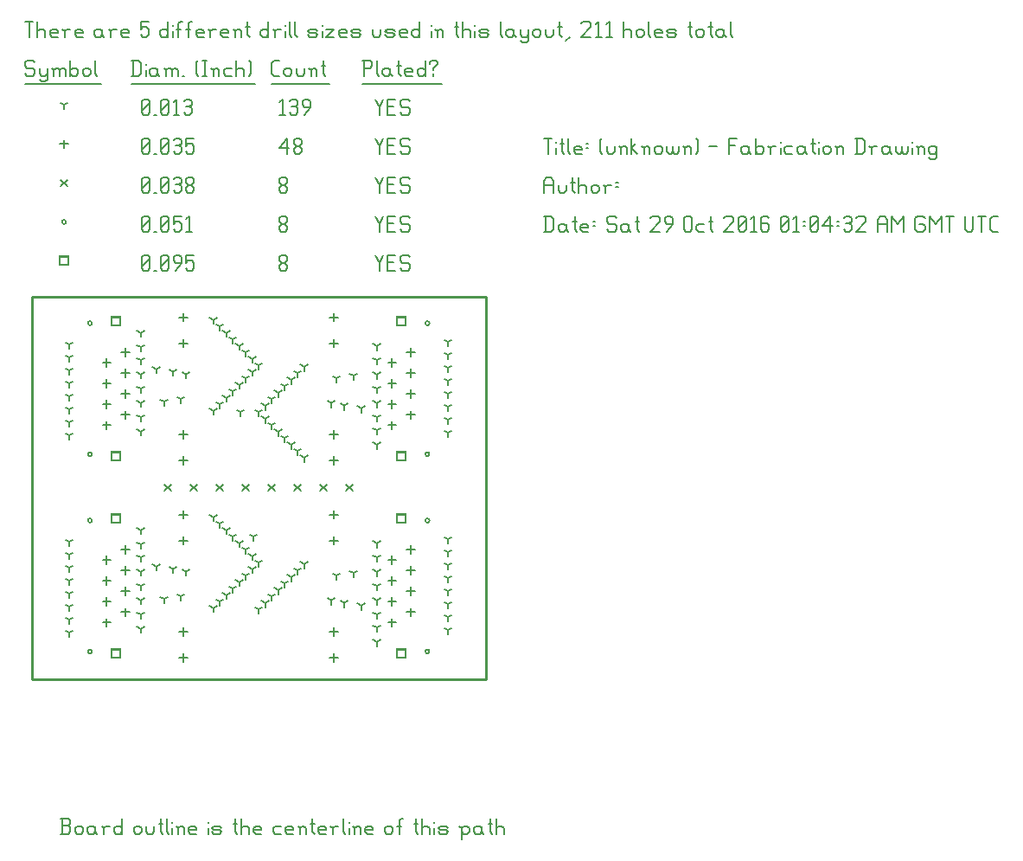
<source format=gbr>
G04 start of page 12 for group -3984 idx -3984 *
G04 Title: (unknown), fab *
G04 Creator: pcb 1.99z *
G04 CreationDate: Sat 29 Oct 2016 01:04:32 AM GMT UTC *
G04 For: commonadmin *
G04 Format: Gerber/RS-274X *
G04 PCB-Dimensions (mil): 2000.00 2000.00 *
G04 PCB-Coordinate-Origin: lower left *
%MOIN*%
%FSLAX25Y25*%
%LNFAB*%
%ADD73C,0.0100*%
%ADD72C,0.0075*%
%ADD71C,0.0060*%
%ADD70R,0.0080X0.0080*%
G54D70*X33400Y113569D02*X36600D01*
X33400D02*Y110369D01*
X36600D01*
Y113569D02*Y110369D01*
X33400Y61600D02*X36600D01*
X33400D02*Y58400D01*
X36600D01*
Y61600D02*Y58400D01*
X143400Y61600D02*X146600D01*
X143400D02*Y58400D01*
X146600D01*
Y61600D02*Y58400D01*
X143400Y113569D02*X146600D01*
X143400D02*Y110369D01*
X146600D01*
Y113569D02*Y110369D01*
X33400Y189569D02*X36600D01*
X33400D02*Y186369D01*
X36600D01*
Y189569D02*Y186369D01*
X33400Y137600D02*X36600D01*
X33400D02*Y134400D01*
X36600D01*
Y137600D02*Y134400D01*
X143400Y137600D02*X146600D01*
X143400D02*Y134400D01*
X146600D01*
Y137600D02*Y134400D01*
X143400Y189569D02*X146600D01*
X143400D02*Y186369D01*
X146600D01*
Y189569D02*Y186369D01*
X13400Y212850D02*X16600D01*
X13400D02*Y209650D01*
X16600D01*
Y212850D02*Y209650D01*
G54D71*X135000Y213500D02*X136500Y210500D01*
X138000Y213500D01*
X136500Y210500D02*Y207500D01*
X139800Y210800D02*X142050D01*
X139800Y207500D02*X142800D01*
X139800Y213500D02*Y207500D01*
Y213500D02*X142800D01*
X147600D02*X148350Y212750D01*
X145350Y213500D02*X147600D01*
X144600Y212750D02*X145350Y213500D01*
X144600Y212750D02*Y211250D01*
X145350Y210500D01*
X147600D01*
X148350Y209750D01*
Y208250D01*
X147600Y207500D02*X148350Y208250D01*
X145350Y207500D02*X147600D01*
X144600Y208250D02*X145350Y207500D01*
X98000Y208250D02*X98750Y207500D01*
X98000Y209450D02*Y208250D01*
Y209450D02*X99050Y210500D01*
X99950D01*
X101000Y209450D01*
Y208250D01*
X100250Y207500D02*X101000Y208250D01*
X98750Y207500D02*X100250D01*
X98000Y211550D02*X99050Y210500D01*
X98000Y212750D02*Y211550D01*
Y212750D02*X98750Y213500D01*
X100250D01*
X101000Y212750D01*
Y211550D01*
X99950Y210500D02*X101000Y211550D01*
X45000Y208250D02*X45750Y207500D01*
X45000Y212750D02*Y208250D01*
Y212750D02*X45750Y213500D01*
X47250D01*
X48000Y212750D01*
Y208250D01*
X47250Y207500D02*X48000Y208250D01*
X45750Y207500D02*X47250D01*
X45000Y209000D02*X48000Y212000D01*
X49800Y207500D02*X50550D01*
X52350Y208250D02*X53100Y207500D01*
X52350Y212750D02*Y208250D01*
Y212750D02*X53100Y213500D01*
X54600D01*
X55350Y212750D01*
Y208250D01*
X54600Y207500D02*X55350Y208250D01*
X53100Y207500D02*X54600D01*
X52350Y209000D02*X55350Y212000D01*
X57900Y207500D02*X60150Y210500D01*
Y212750D02*Y210500D01*
X59400Y213500D02*X60150Y212750D01*
X57900Y213500D02*X59400D01*
X57150Y212750D02*X57900Y213500D01*
X57150Y212750D02*Y211250D01*
X57900Y210500D01*
X60150D01*
X61950Y213500D02*X64950D01*
X61950D02*Y210500D01*
X62700Y211250D01*
X64200D01*
X64950Y210500D01*
Y208250D01*
X64200Y207500D02*X64950Y208250D01*
X62700Y207500D02*X64200D01*
X61950Y208250D02*X62700Y207500D01*
X24161Y60787D02*G75*G03X25761Y60787I800J0D01*G01*
G75*G03X24161Y60787I-800J0D01*G01*
Y111181D02*G75*G03X25761Y111181I800J0D01*G01*
G75*G03X24161Y111181I-800J0D01*G01*
X154239D02*G75*G03X155839Y111181I800J0D01*G01*
G75*G03X154239Y111181I-800J0D01*G01*
Y60787D02*G75*G03X155839Y60787I800J0D01*G01*
G75*G03X154239Y60787I-800J0D01*G01*
X24161Y136787D02*G75*G03X25761Y136787I800J0D01*G01*
G75*G03X24161Y136787I-800J0D01*G01*
Y187181D02*G75*G03X25761Y187181I800J0D01*G01*
G75*G03X24161Y187181I-800J0D01*G01*
X154239D02*G75*G03X155839Y187181I800J0D01*G01*
G75*G03X154239Y187181I-800J0D01*G01*
Y136787D02*G75*G03X155839Y136787I800J0D01*G01*
G75*G03X154239Y136787I-800J0D01*G01*
X14200Y226250D02*G75*G03X15800Y226250I800J0D01*G01*
G75*G03X14200Y226250I-800J0D01*G01*
X135000Y228500D02*X136500Y225500D01*
X138000Y228500D01*
X136500Y225500D02*Y222500D01*
X139800Y225800D02*X142050D01*
X139800Y222500D02*X142800D01*
X139800Y228500D02*Y222500D01*
Y228500D02*X142800D01*
X147600D02*X148350Y227750D01*
X145350Y228500D02*X147600D01*
X144600Y227750D02*X145350Y228500D01*
X144600Y227750D02*Y226250D01*
X145350Y225500D01*
X147600D01*
X148350Y224750D01*
Y223250D01*
X147600Y222500D02*X148350Y223250D01*
X145350Y222500D02*X147600D01*
X144600Y223250D02*X145350Y222500D01*
X98000Y223250D02*X98750Y222500D01*
X98000Y224450D02*Y223250D01*
Y224450D02*X99050Y225500D01*
X99950D01*
X101000Y224450D01*
Y223250D01*
X100250Y222500D02*X101000Y223250D01*
X98750Y222500D02*X100250D01*
X98000Y226550D02*X99050Y225500D01*
X98000Y227750D02*Y226550D01*
Y227750D02*X98750Y228500D01*
X100250D01*
X101000Y227750D01*
Y226550D01*
X99950Y225500D02*X101000Y226550D01*
X45000Y223250D02*X45750Y222500D01*
X45000Y227750D02*Y223250D01*
Y227750D02*X45750Y228500D01*
X47250D01*
X48000Y227750D01*
Y223250D01*
X47250Y222500D02*X48000Y223250D01*
X45750Y222500D02*X47250D01*
X45000Y224000D02*X48000Y227000D01*
X49800Y222500D02*X50550D01*
X52350Y223250D02*X53100Y222500D01*
X52350Y227750D02*Y223250D01*
Y227750D02*X53100Y228500D01*
X54600D01*
X55350Y227750D01*
Y223250D01*
X54600Y222500D02*X55350Y223250D01*
X53100Y222500D02*X54600D01*
X52350Y224000D02*X55350Y227000D01*
X57150Y228500D02*X60150D01*
X57150D02*Y225500D01*
X57900Y226250D01*
X59400D01*
X60150Y225500D01*
Y223250D01*
X59400Y222500D02*X60150Y223250D01*
X57900Y222500D02*X59400D01*
X57150Y223250D02*X57900Y222500D01*
X61950Y227300D02*X63150Y228500D01*
Y222500D01*
X61950D02*X64200D01*
X53800Y125200D02*X56200Y122800D01*
X53800D02*X56200Y125200D01*
X63800D02*X66200Y122800D01*
X63800D02*X66200Y125200D01*
X73800D02*X76200Y122800D01*
X73800D02*X76200Y125200D01*
X83800D02*X86200Y122800D01*
X83800D02*X86200Y125200D01*
X93800D02*X96200Y122800D01*
X93800D02*X96200Y125200D01*
X103800D02*X106200Y122800D01*
X103800D02*X106200Y125200D01*
X113800D02*X116200Y122800D01*
X113800D02*X116200Y125200D01*
X123800D02*X126200Y122800D01*
X123800D02*X126200Y125200D01*
X13800Y242450D02*X16200Y240050D01*
X13800D02*X16200Y242450D01*
X135000Y243500D02*X136500Y240500D01*
X138000Y243500D01*
X136500Y240500D02*Y237500D01*
X139800Y240800D02*X142050D01*
X139800Y237500D02*X142800D01*
X139800Y243500D02*Y237500D01*
Y243500D02*X142800D01*
X147600D02*X148350Y242750D01*
X145350Y243500D02*X147600D01*
X144600Y242750D02*X145350Y243500D01*
X144600Y242750D02*Y241250D01*
X145350Y240500D01*
X147600D01*
X148350Y239750D01*
Y238250D01*
X147600Y237500D02*X148350Y238250D01*
X145350Y237500D02*X147600D01*
X144600Y238250D02*X145350Y237500D01*
X98000Y238250D02*X98750Y237500D01*
X98000Y239450D02*Y238250D01*
Y239450D02*X99050Y240500D01*
X99950D01*
X101000Y239450D01*
Y238250D01*
X100250Y237500D02*X101000Y238250D01*
X98750Y237500D02*X100250D01*
X98000Y241550D02*X99050Y240500D01*
X98000Y242750D02*Y241550D01*
Y242750D02*X98750Y243500D01*
X100250D01*
X101000Y242750D01*
Y241550D01*
X99950Y240500D02*X101000Y241550D01*
X45000Y238250D02*X45750Y237500D01*
X45000Y242750D02*Y238250D01*
Y242750D02*X45750Y243500D01*
X47250D01*
X48000Y242750D01*
Y238250D01*
X47250Y237500D02*X48000Y238250D01*
X45750Y237500D02*X47250D01*
X45000Y239000D02*X48000Y242000D01*
X49800Y237500D02*X50550D01*
X52350Y238250D02*X53100Y237500D01*
X52350Y242750D02*Y238250D01*
Y242750D02*X53100Y243500D01*
X54600D01*
X55350Y242750D01*
Y238250D01*
X54600Y237500D02*X55350Y238250D01*
X53100Y237500D02*X54600D01*
X52350Y239000D02*X55350Y242000D01*
X57150Y242750D02*X57900Y243500D01*
X59400D01*
X60150Y242750D01*
X59400Y237500D02*X60150Y238250D01*
X57900Y237500D02*X59400D01*
X57150Y238250D02*X57900Y237500D01*
Y240800D02*X59400D01*
X60150Y242750D02*Y241550D01*
Y240050D02*Y238250D01*
Y240050D02*X59400Y240800D01*
X60150Y241550D02*X59400Y240800D01*
X61950Y238250D02*X62700Y237500D01*
X61950Y239450D02*Y238250D01*
Y239450D02*X63000Y240500D01*
X63900D01*
X64950Y239450D01*
Y238250D01*
X64200Y237500D02*X64950Y238250D01*
X62700Y237500D02*X64200D01*
X61950Y241550D02*X63000Y240500D01*
X61950Y242750D02*Y241550D01*
Y242750D02*X62700Y243500D01*
X64200D01*
X64950Y242750D01*
Y241550D01*
X63900Y240500D02*X64950Y241550D01*
X60984Y105104D02*Y101904D01*
X59384Y103504D02*X62584D01*
X60984Y70065D02*Y66865D01*
X59384Y68465D02*X62584D01*
X60984Y115143D02*Y111943D01*
X59384Y113543D02*X62584D01*
X60984Y60025D02*Y56825D01*
X59384Y58425D02*X62584D01*
X38543Y101639D02*Y98439D01*
X36943Y100039D02*X40143D01*
X38543Y93608D02*Y90408D01*
X36943Y92008D02*X40143D01*
X38543Y77545D02*Y74345D01*
X36943Y75945D02*X40143D01*
X38543Y85576D02*Y82376D01*
X36943Y83976D02*X40143D01*
X31457Y73529D02*Y70329D01*
X29857Y71929D02*X33057D01*
X31457Y81561D02*Y78361D01*
X29857Y79961D02*X33057D01*
X31457Y97624D02*Y94424D01*
X29857Y96024D02*X33057D01*
X31457Y89592D02*Y86392D01*
X29857Y87992D02*X33057D01*
X119016Y70065D02*Y66865D01*
X117416Y68465D02*X120616D01*
X119016Y105104D02*Y101904D01*
X117416Y103504D02*X120616D01*
X119016Y60025D02*Y56825D01*
X117416Y58425D02*X120616D01*
X119016Y115143D02*Y111943D01*
X117416Y113543D02*X120616D01*
X141457Y73529D02*Y70329D01*
X139857Y71929D02*X143057D01*
X141457Y81561D02*Y78361D01*
X139857Y79961D02*X143057D01*
X141457Y97624D02*Y94424D01*
X139857Y96024D02*X143057D01*
X141457Y89592D02*Y86392D01*
X139857Y87992D02*X143057D01*
X148543Y101639D02*Y98439D01*
X146943Y100039D02*X150143D01*
X148543Y93608D02*Y90408D01*
X146943Y92008D02*X150143D01*
X148543Y77545D02*Y74345D01*
X146943Y75945D02*X150143D01*
X148543Y85576D02*Y82376D01*
X146943Y83976D02*X150143D01*
X60984Y181104D02*Y177904D01*
X59384Y179504D02*X62584D01*
X60984Y146065D02*Y142865D01*
X59384Y144465D02*X62584D01*
X60984Y191143D02*Y187943D01*
X59384Y189543D02*X62584D01*
X60984Y136025D02*Y132825D01*
X59384Y134425D02*X62584D01*
X38543Y177639D02*Y174439D01*
X36943Y176039D02*X40143D01*
X38543Y169608D02*Y166408D01*
X36943Y168008D02*X40143D01*
X38543Y153545D02*Y150345D01*
X36943Y151945D02*X40143D01*
X38543Y161576D02*Y158376D01*
X36943Y159976D02*X40143D01*
X31457Y149529D02*Y146329D01*
X29857Y147929D02*X33057D01*
X31457Y157561D02*Y154361D01*
X29857Y155961D02*X33057D01*
X31457Y173624D02*Y170424D01*
X29857Y172024D02*X33057D01*
X31457Y165592D02*Y162392D01*
X29857Y163992D02*X33057D01*
X119016Y146065D02*Y142865D01*
X117416Y144465D02*X120616D01*
X119016Y181104D02*Y177904D01*
X117416Y179504D02*X120616D01*
X119016Y136025D02*Y132825D01*
X117416Y134425D02*X120616D01*
X119016Y191143D02*Y187943D01*
X117416Y189543D02*X120616D01*
X141457Y149529D02*Y146329D01*
X139857Y147929D02*X143057D01*
X141457Y157561D02*Y154361D01*
X139857Y155961D02*X143057D01*
X141457Y173624D02*Y170424D01*
X139857Y172024D02*X143057D01*
X141457Y165592D02*Y162392D01*
X139857Y163992D02*X143057D01*
X148543Y177639D02*Y174439D01*
X146943Y176039D02*X150143D01*
X148543Y169608D02*Y166408D01*
X146943Y168008D02*X150143D01*
X148543Y153545D02*Y150345D01*
X146943Y151945D02*X150143D01*
X148543Y161576D02*Y158376D01*
X146943Y159976D02*X150143D01*
X15000Y257850D02*Y254650D01*
X13400Y256250D02*X16600D01*
X135000Y258500D02*X136500Y255500D01*
X138000Y258500D01*
X136500Y255500D02*Y252500D01*
X139800Y255800D02*X142050D01*
X139800Y252500D02*X142800D01*
X139800Y258500D02*Y252500D01*
Y258500D02*X142800D01*
X147600D02*X148350Y257750D01*
X145350Y258500D02*X147600D01*
X144600Y257750D02*X145350Y258500D01*
X144600Y257750D02*Y256250D01*
X145350Y255500D01*
X147600D01*
X148350Y254750D01*
Y253250D01*
X147600Y252500D02*X148350Y253250D01*
X145350Y252500D02*X147600D01*
X144600Y253250D02*X145350Y252500D01*
X98000Y254750D02*X101000Y258500D01*
X98000Y254750D02*X101750D01*
X101000Y258500D02*Y252500D01*
X103550Y253250D02*X104300Y252500D01*
X103550Y254450D02*Y253250D01*
Y254450D02*X104600Y255500D01*
X105500D01*
X106550Y254450D01*
Y253250D01*
X105800Y252500D02*X106550Y253250D01*
X104300Y252500D02*X105800D01*
X103550Y256550D02*X104600Y255500D01*
X103550Y257750D02*Y256550D01*
Y257750D02*X104300Y258500D01*
X105800D01*
X106550Y257750D01*
Y256550D01*
X105500Y255500D02*X106550Y256550D01*
X45000Y253250D02*X45750Y252500D01*
X45000Y257750D02*Y253250D01*
Y257750D02*X45750Y258500D01*
X47250D01*
X48000Y257750D01*
Y253250D01*
X47250Y252500D02*X48000Y253250D01*
X45750Y252500D02*X47250D01*
X45000Y254000D02*X48000Y257000D01*
X49800Y252500D02*X50550D01*
X52350Y253250D02*X53100Y252500D01*
X52350Y257750D02*Y253250D01*
Y257750D02*X53100Y258500D01*
X54600D01*
X55350Y257750D01*
Y253250D01*
X54600Y252500D02*X55350Y253250D01*
X53100Y252500D02*X54600D01*
X52350Y254000D02*X55350Y257000D01*
X57150Y257750D02*X57900Y258500D01*
X59400D01*
X60150Y257750D01*
X59400Y252500D02*X60150Y253250D01*
X57900Y252500D02*X59400D01*
X57150Y253250D02*X57900Y252500D01*
Y255800D02*X59400D01*
X60150Y257750D02*Y256550D01*
Y255050D02*Y253250D01*
Y255050D02*X59400Y255800D01*
X60150Y256550D02*X59400Y255800D01*
X61950Y258500D02*X64950D01*
X61950D02*Y255500D01*
X62700Y256250D01*
X64200D01*
X64950Y255500D01*
Y253250D01*
X64200Y252500D02*X64950Y253250D01*
X62700Y252500D02*X64200D01*
X61950Y253250D02*X62700Y252500D01*
X50500Y93500D02*Y91900D01*
Y93500D02*X51887Y94300D01*
X50500Y93500D02*X49113Y94300D01*
X44500Y69500D02*Y67900D01*
Y69500D02*X45887Y70300D01*
X44500Y69500D02*X43113Y70300D01*
X44500Y75000D02*Y73400D01*
Y75000D02*X45887Y75800D01*
X44500Y75000D02*X43113Y75800D01*
X44500Y80500D02*Y78900D01*
Y80500D02*X45887Y81300D01*
X44500Y80500D02*X43113Y81300D01*
X44500Y86000D02*Y84400D01*
Y86000D02*X45887Y86800D01*
X44500Y86000D02*X43113Y86800D01*
X44500Y91500D02*Y89900D01*
Y91500D02*X45887Y92300D01*
X44500Y91500D02*X43113Y92300D01*
X44500Y97000D02*Y95400D01*
Y97000D02*X45887Y97800D01*
X44500Y97000D02*X43113Y97800D01*
X44500Y102000D02*Y100400D01*
Y102000D02*X45887Y102800D01*
X44500Y102000D02*X43113Y102800D01*
X44500Y107500D02*Y105900D01*
Y107500D02*X45887Y108300D01*
X44500Y107500D02*X43113Y108300D01*
X57000Y92500D02*Y90900D01*
Y92500D02*X58387Y93300D01*
X57000Y92500D02*X55613Y93300D01*
X53500Y81000D02*Y79400D01*
Y81000D02*X54887Y81800D01*
X53500Y81000D02*X52113Y81800D01*
X60000Y82000D02*Y80400D01*
Y82000D02*X61387Y82800D01*
X60000Y82000D02*X58613Y82800D01*
X90000Y95000D02*Y93400D01*
Y95000D02*X91387Y95800D01*
X90000Y95000D02*X88613Y95800D01*
X87500Y92500D02*Y90900D01*
Y92500D02*X88887Y93300D01*
X87500Y92500D02*X86113Y93300D01*
X85000Y90000D02*Y88400D01*
Y90000D02*X86387Y90800D01*
X85000Y90000D02*X83613Y90800D01*
X82500Y87500D02*Y85900D01*
Y87500D02*X83887Y88300D01*
X82500Y87500D02*X81113Y88300D01*
X80000Y85000D02*Y83400D01*
Y85000D02*X81387Y85800D01*
X80000Y85000D02*X78613Y85800D01*
X77500Y82500D02*Y80900D01*
Y82500D02*X78887Y83300D01*
X77500Y82500D02*X76113Y83300D01*
X75000Y80000D02*Y78400D01*
Y80000D02*X76387Y80800D01*
X75000Y80000D02*X73613Y80800D01*
X62000Y91500D02*Y89900D01*
Y91500D02*X63387Y92300D01*
X62000Y91500D02*X60613Y92300D01*
X72500Y77500D02*Y75900D01*
Y77500D02*X73887Y78300D01*
X72500Y77500D02*X71113Y78300D01*
X87500Y97500D02*Y95900D01*
Y97500D02*X88887Y98300D01*
X87500Y97500D02*X86113Y98300D01*
X85000Y100000D02*Y98400D01*
Y100000D02*X86387Y100800D01*
X85000Y100000D02*X83613Y100800D01*
X82500Y102500D02*Y100900D01*
Y102500D02*X83887Y103300D01*
X82500Y102500D02*X81113Y103300D01*
X80000Y105000D02*Y103400D01*
Y105000D02*X81387Y105800D01*
X80000Y105000D02*X78613Y105800D01*
X77500Y107500D02*Y105900D01*
Y107500D02*X78887Y108300D01*
X77500Y107500D02*X76113Y108300D01*
X75000Y110000D02*Y108400D01*
Y110000D02*X76387Y110800D01*
X75000Y110000D02*X73613Y110800D01*
X72500Y112500D02*Y110900D01*
Y112500D02*X73887Y113300D01*
X72500Y112500D02*X71113Y113300D01*
X17000Y68000D02*Y66400D01*
Y68000D02*X18387Y68800D01*
X17000Y68000D02*X15613Y68800D01*
X17000Y73000D02*Y71400D01*
Y73000D02*X18387Y73800D01*
X17000Y73000D02*X15613Y73800D01*
X17000Y78000D02*Y76400D01*
Y78000D02*X18387Y78800D01*
X17000Y78000D02*X15613Y78800D01*
X17000Y83000D02*Y81400D01*
Y83000D02*X18387Y83800D01*
X17000Y83000D02*X15613Y83800D01*
X17000Y88000D02*Y86400D01*
Y88000D02*X18387Y88800D01*
X17000Y88000D02*X15613Y88800D01*
X17000Y93000D02*Y91400D01*
Y93000D02*X18387Y93800D01*
X17000Y93000D02*X15613Y93800D01*
X17000Y98000D02*Y96400D01*
Y98000D02*X18387Y98800D01*
X17000Y98000D02*X15613Y98800D01*
X17000Y103000D02*Y101400D01*
Y103000D02*X18387Y103800D01*
X17000Y103000D02*X15613Y103800D01*
X129500Y78469D02*Y76869D01*
Y78469D02*X130887Y79269D01*
X129500Y78469D02*X128113Y79269D01*
X135500Y102469D02*Y100869D01*
Y102469D02*X136887Y103269D01*
X135500Y102469D02*X134113Y103269D01*
X135500Y96969D02*Y95369D01*
Y96969D02*X136887Y97769D01*
X135500Y96969D02*X134113Y97769D01*
X135500Y91469D02*Y89869D01*
Y91469D02*X136887Y92269D01*
X135500Y91469D02*X134113Y92269D01*
X135500Y85969D02*Y84369D01*
Y85969D02*X136887Y86769D01*
X135500Y85969D02*X134113Y86769D01*
X135500Y80469D02*Y78869D01*
Y80469D02*X136887Y81269D01*
X135500Y80469D02*X134113Y81269D01*
X135500Y74969D02*Y73369D01*
Y74969D02*X136887Y75769D01*
X135500Y74969D02*X134113Y75769D01*
X135500Y69969D02*Y68369D01*
Y69969D02*X136887Y70769D01*
X135500Y69969D02*X134113Y70769D01*
X135500Y64469D02*Y62869D01*
Y64469D02*X136887Y65269D01*
X135500Y64469D02*X134113Y65269D01*
X123000Y79469D02*Y77869D01*
Y79469D02*X124387Y80269D01*
X123000Y79469D02*X121613Y80269D01*
X126500Y90969D02*Y89369D01*
Y90969D02*X127887Y91769D01*
X126500Y90969D02*X125113Y91769D01*
X120000Y89969D02*Y88369D01*
Y89969D02*X121387Y90769D01*
X120000Y89969D02*X118613Y90769D01*
X90000Y76969D02*Y75369D01*
Y76969D02*X91387Y77769D01*
X90000Y76969D02*X88613Y77769D01*
X92500Y79469D02*Y77869D01*
Y79469D02*X93887Y80269D01*
X92500Y79469D02*X91113Y80269D01*
X95000Y81969D02*Y80369D01*
Y81969D02*X96387Y82769D01*
X95000Y81969D02*X93613Y82769D01*
X97500Y84469D02*Y82869D01*
Y84469D02*X98887Y85269D01*
X97500Y84469D02*X96113Y85269D01*
X100000Y86969D02*Y85369D01*
Y86969D02*X101387Y87769D01*
X100000Y86969D02*X98613Y87769D01*
X102500Y89469D02*Y87869D01*
Y89469D02*X103887Y90269D01*
X102500Y89469D02*X101113Y90269D01*
X105000Y91969D02*Y90369D01*
Y91969D02*X106387Y92769D01*
X105000Y91969D02*X103613Y92769D01*
X118000Y80469D02*Y78869D01*
Y80469D02*X119387Y81269D01*
X118000Y80469D02*X116613Y81269D01*
X107500Y94469D02*Y92869D01*
Y94469D02*X108887Y95269D01*
X107500Y94469D02*X106113Y95269D01*
X163000Y103969D02*Y102369D01*
Y103969D02*X164387Y104769D01*
X163000Y103969D02*X161613Y104769D01*
X163000Y98969D02*Y97369D01*
Y98969D02*X164387Y99769D01*
X163000Y98969D02*X161613Y99769D01*
X163000Y93969D02*Y92369D01*
Y93969D02*X164387Y94769D01*
X163000Y93969D02*X161613Y94769D01*
X163000Y88969D02*Y87369D01*
Y88969D02*X164387Y89769D01*
X163000Y88969D02*X161613Y89769D01*
X163000Y83969D02*Y82369D01*
Y83969D02*X164387Y84769D01*
X163000Y83969D02*X161613Y84769D01*
X163000Y78969D02*Y77369D01*
Y78969D02*X164387Y79769D01*
X163000Y78969D02*X161613Y79769D01*
X163000Y73969D02*Y72369D01*
Y73969D02*X164387Y74769D01*
X163000Y73969D02*X161613Y74769D01*
X163000Y68969D02*Y67369D01*
Y68969D02*X164387Y69769D01*
X163000Y68969D02*X161613Y69769D01*
X50500Y169500D02*Y167900D01*
Y169500D02*X51887Y170300D01*
X50500Y169500D02*X49113Y170300D01*
X44500Y145500D02*Y143900D01*
Y145500D02*X45887Y146300D01*
X44500Y145500D02*X43113Y146300D01*
X44500Y151000D02*Y149400D01*
Y151000D02*X45887Y151800D01*
X44500Y151000D02*X43113Y151800D01*
X44500Y156500D02*Y154900D01*
Y156500D02*X45887Y157300D01*
X44500Y156500D02*X43113Y157300D01*
X44500Y162000D02*Y160400D01*
Y162000D02*X45887Y162800D01*
X44500Y162000D02*X43113Y162800D01*
X44500Y167500D02*Y165900D01*
Y167500D02*X45887Y168300D01*
X44500Y167500D02*X43113Y168300D01*
X44500Y173000D02*Y171400D01*
Y173000D02*X45887Y173800D01*
X44500Y173000D02*X43113Y173800D01*
X44500Y178000D02*Y176400D01*
Y178000D02*X45887Y178800D01*
X44500Y178000D02*X43113Y178800D01*
X44500Y183500D02*Y181900D01*
Y183500D02*X45887Y184300D01*
X44500Y183500D02*X43113Y184300D01*
X57000Y168500D02*Y166900D01*
Y168500D02*X58387Y169300D01*
X57000Y168500D02*X55613Y169300D01*
X53500Y157000D02*Y155400D01*
Y157000D02*X54887Y157800D01*
X53500Y157000D02*X52113Y157800D01*
X60000Y158000D02*Y156400D01*
Y158000D02*X61387Y158800D01*
X60000Y158000D02*X58613Y158800D01*
X90000Y171000D02*Y169400D01*
Y171000D02*X91387Y171800D01*
X90000Y171000D02*X88613Y171800D01*
X87500Y168500D02*Y166900D01*
Y168500D02*X88887Y169300D01*
X87500Y168500D02*X86113Y169300D01*
X85000Y166000D02*Y164400D01*
Y166000D02*X86387Y166800D01*
X85000Y166000D02*X83613Y166800D01*
X82500Y163500D02*Y161900D01*
Y163500D02*X83887Y164300D01*
X82500Y163500D02*X81113Y164300D01*
X80000Y161000D02*Y159400D01*
Y161000D02*X81387Y161800D01*
X80000Y161000D02*X78613Y161800D01*
X77500Y158500D02*Y156900D01*
Y158500D02*X78887Y159300D01*
X77500Y158500D02*X76113Y159300D01*
X75000Y156000D02*Y154400D01*
Y156000D02*X76387Y156800D01*
X75000Y156000D02*X73613Y156800D01*
X62000Y167500D02*Y165900D01*
Y167500D02*X63387Y168300D01*
X62000Y167500D02*X60613Y168300D01*
X72500Y153500D02*Y151900D01*
Y153500D02*X73887Y154300D01*
X72500Y153500D02*X71113Y154300D01*
X87500Y173500D02*Y171900D01*
Y173500D02*X88887Y174300D01*
X87500Y173500D02*X86113Y174300D01*
X85000Y176000D02*Y174400D01*
Y176000D02*X86387Y176800D01*
X85000Y176000D02*X83613Y176800D01*
X82500Y178500D02*Y176900D01*
Y178500D02*X83887Y179300D01*
X82500Y178500D02*X81113Y179300D01*
X80000Y181000D02*Y179400D01*
Y181000D02*X81387Y181800D01*
X80000Y181000D02*X78613Y181800D01*
X77500Y183500D02*Y181900D01*
Y183500D02*X78887Y184300D01*
X77500Y183500D02*X76113Y184300D01*
X75000Y186000D02*Y184400D01*
Y186000D02*X76387Y186800D01*
X75000Y186000D02*X73613Y186800D01*
X72500Y188500D02*Y186900D01*
Y188500D02*X73887Y189300D01*
X72500Y188500D02*X71113Y189300D01*
X17000Y144000D02*Y142400D01*
Y144000D02*X18387Y144800D01*
X17000Y144000D02*X15613Y144800D01*
X17000Y149000D02*Y147400D01*
Y149000D02*X18387Y149800D01*
X17000Y149000D02*X15613Y149800D01*
X17000Y154000D02*Y152400D01*
Y154000D02*X18387Y154800D01*
X17000Y154000D02*X15613Y154800D01*
X17000Y159000D02*Y157400D01*
Y159000D02*X18387Y159800D01*
X17000Y159000D02*X15613Y159800D01*
X17000Y164000D02*Y162400D01*
Y164000D02*X18387Y164800D01*
X17000Y164000D02*X15613Y164800D01*
X17000Y169000D02*Y167400D01*
Y169000D02*X18387Y169800D01*
X17000Y169000D02*X15613Y169800D01*
X17000Y174000D02*Y172400D01*
Y174000D02*X18387Y174800D01*
X17000Y174000D02*X15613Y174800D01*
X17000Y179000D02*Y177400D01*
Y179000D02*X18387Y179800D01*
X17000Y179000D02*X15613Y179800D01*
X129500Y154469D02*Y152869D01*
Y154469D02*X130887Y155269D01*
X129500Y154469D02*X128113Y155269D01*
X135500Y178469D02*Y176869D01*
Y178469D02*X136887Y179269D01*
X135500Y178469D02*X134113Y179269D01*
X135500Y172969D02*Y171369D01*
Y172969D02*X136887Y173769D01*
X135500Y172969D02*X134113Y173769D01*
X135500Y167469D02*Y165869D01*
Y167469D02*X136887Y168269D01*
X135500Y167469D02*X134113Y168269D01*
X135500Y161969D02*Y160369D01*
Y161969D02*X136887Y162769D01*
X135500Y161969D02*X134113Y162769D01*
X135500Y156469D02*Y154869D01*
Y156469D02*X136887Y157269D01*
X135500Y156469D02*X134113Y157269D01*
X135500Y150969D02*Y149369D01*
Y150969D02*X136887Y151769D01*
X135500Y150969D02*X134113Y151769D01*
X135500Y145969D02*Y144369D01*
Y145969D02*X136887Y146769D01*
X135500Y145969D02*X134113Y146769D01*
X135500Y140469D02*Y138869D01*
Y140469D02*X136887Y141269D01*
X135500Y140469D02*X134113Y141269D01*
X123000Y155469D02*Y153869D01*
Y155469D02*X124387Y156269D01*
X123000Y155469D02*X121613Y156269D01*
X126500Y166969D02*Y165369D01*
Y166969D02*X127887Y167769D01*
X126500Y166969D02*X125113Y167769D01*
X120000Y165969D02*Y164369D01*
Y165969D02*X121387Y166769D01*
X120000Y165969D02*X118613Y166769D01*
X90000Y152969D02*Y151369D01*
Y152969D02*X91387Y153769D01*
X90000Y152969D02*X88613Y153769D01*
X92500Y155469D02*Y153869D01*
Y155469D02*X93887Y156269D01*
X92500Y155469D02*X91113Y156269D01*
X95000Y157969D02*Y156369D01*
Y157969D02*X96387Y158769D01*
X95000Y157969D02*X93613Y158769D01*
X97500Y160469D02*Y158869D01*
Y160469D02*X98887Y161269D01*
X97500Y160469D02*X96113Y161269D01*
X100000Y162969D02*Y161369D01*
Y162969D02*X101387Y163769D01*
X100000Y162969D02*X98613Y163769D01*
X102500Y165469D02*Y163869D01*
Y165469D02*X103887Y166269D01*
X102500Y165469D02*X101113Y166269D01*
X105000Y167969D02*Y166369D01*
Y167969D02*X106387Y168769D01*
X105000Y167969D02*X103613Y168769D01*
X118000Y156469D02*Y154869D01*
Y156469D02*X119387Y157269D01*
X118000Y156469D02*X116613Y157269D01*
X107500Y170469D02*Y168869D01*
Y170469D02*X108887Y171269D01*
X107500Y170469D02*X106113Y171269D01*
X92500Y150469D02*Y148869D01*
Y150469D02*X93887Y151269D01*
X92500Y150469D02*X91113Y151269D01*
X95000Y147969D02*Y146369D01*
Y147969D02*X96387Y148769D01*
X95000Y147969D02*X93613Y148769D01*
X97500Y145469D02*Y143869D01*
Y145469D02*X98887Y146269D01*
X97500Y145469D02*X96113Y146269D01*
X100000Y142969D02*Y141369D01*
Y142969D02*X101387Y143769D01*
X100000Y142969D02*X98613Y143769D01*
X102500Y140469D02*Y138869D01*
Y140469D02*X103887Y141269D01*
X102500Y140469D02*X101113Y141269D01*
X105000Y137969D02*Y136369D01*
Y137969D02*X106387Y138769D01*
X105000Y137969D02*X103613Y138769D01*
X107500Y135469D02*Y133869D01*
Y135469D02*X108887Y136269D01*
X107500Y135469D02*X106113Y136269D01*
X163000Y179969D02*Y178369D01*
Y179969D02*X164387Y180769D01*
X163000Y179969D02*X161613Y180769D01*
X163000Y174969D02*Y173369D01*
Y174969D02*X164387Y175769D01*
X163000Y174969D02*X161613Y175769D01*
X163000Y169969D02*Y168369D01*
Y169969D02*X164387Y170769D01*
X163000Y169969D02*X161613Y170769D01*
X163000Y164969D02*Y163369D01*
Y164969D02*X164387Y165769D01*
X163000Y164969D02*X161613Y165769D01*
X163000Y159969D02*Y158369D01*
Y159969D02*X164387Y160769D01*
X163000Y159969D02*X161613Y160769D01*
X163000Y154969D02*Y153369D01*
Y154969D02*X164387Y155769D01*
X163000Y154969D02*X161613Y155769D01*
X163000Y149969D02*Y148369D01*
Y149969D02*X164387Y150769D01*
X163000Y149969D02*X161613Y150769D01*
X163000Y144969D02*Y143369D01*
Y144969D02*X164387Y145769D01*
X163000Y144969D02*X161613Y145769D01*
X88000Y105000D02*Y103400D01*
Y105000D02*X89387Y105800D01*
X88000Y105000D02*X86613Y105800D01*
X83000Y153000D02*Y151400D01*
Y153000D02*X84387Y153800D01*
X83000Y153000D02*X81613Y153800D01*
X15000Y271250D02*Y269650D01*
Y271250D02*X16387Y272050D01*
X15000Y271250D02*X13613Y272050D01*
X135000Y273500D02*X136500Y270500D01*
X138000Y273500D01*
X136500Y270500D02*Y267500D01*
X139800Y270800D02*X142050D01*
X139800Y267500D02*X142800D01*
X139800Y273500D02*Y267500D01*
Y273500D02*X142800D01*
X147600D02*X148350Y272750D01*
X145350Y273500D02*X147600D01*
X144600Y272750D02*X145350Y273500D01*
X144600Y272750D02*Y271250D01*
X145350Y270500D01*
X147600D01*
X148350Y269750D01*
Y268250D01*
X147600Y267500D02*X148350Y268250D01*
X145350Y267500D02*X147600D01*
X144600Y268250D02*X145350Y267500D01*
X98000Y272300D02*X99200Y273500D01*
Y267500D01*
X98000D02*X100250D01*
X102050Y272750D02*X102800Y273500D01*
X104300D01*
X105050Y272750D01*
X104300Y267500D02*X105050Y268250D01*
X102800Y267500D02*X104300D01*
X102050Y268250D02*X102800Y267500D01*
Y270800D02*X104300D01*
X105050Y272750D02*Y271550D01*
Y270050D02*Y268250D01*
Y270050D02*X104300Y270800D01*
X105050Y271550D02*X104300Y270800D01*
X107600Y267500D02*X109850Y270500D01*
Y272750D02*Y270500D01*
X109100Y273500D02*X109850Y272750D01*
X107600Y273500D02*X109100D01*
X106850Y272750D02*X107600Y273500D01*
X106850Y272750D02*Y271250D01*
X107600Y270500D01*
X109850D01*
X45000Y268250D02*X45750Y267500D01*
X45000Y272750D02*Y268250D01*
Y272750D02*X45750Y273500D01*
X47250D01*
X48000Y272750D01*
Y268250D01*
X47250Y267500D02*X48000Y268250D01*
X45750Y267500D02*X47250D01*
X45000Y269000D02*X48000Y272000D01*
X49800Y267500D02*X50550D01*
X52350Y268250D02*X53100Y267500D01*
X52350Y272750D02*Y268250D01*
Y272750D02*X53100Y273500D01*
X54600D01*
X55350Y272750D01*
Y268250D01*
X54600Y267500D02*X55350Y268250D01*
X53100Y267500D02*X54600D01*
X52350Y269000D02*X55350Y272000D01*
X57150Y272300D02*X58350Y273500D01*
Y267500D01*
X57150D02*X59400D01*
X61200Y272750D02*X61950Y273500D01*
X63450D01*
X64200Y272750D01*
X63450Y267500D02*X64200Y268250D01*
X61950Y267500D02*X63450D01*
X61200Y268250D02*X61950Y267500D01*
Y270800D02*X63450D01*
X64200Y272750D02*Y271550D01*
Y270050D02*Y268250D01*
Y270050D02*X63450Y270800D01*
X64200Y271550D02*X63450Y270800D01*
X3000Y288500D02*X3750Y287750D01*
X750Y288500D02*X3000D01*
X0Y287750D02*X750Y288500D01*
X0Y287750D02*Y286250D01*
X750Y285500D01*
X3000D01*
X3750Y284750D01*
Y283250D01*
X3000Y282500D02*X3750Y283250D01*
X750Y282500D02*X3000D01*
X0Y283250D02*X750Y282500D01*
X5550Y285500D02*Y283250D01*
X6300Y282500D01*
X8550Y285500D02*Y281000D01*
X7800Y280250D02*X8550Y281000D01*
X6300Y280250D02*X7800D01*
X5550Y281000D02*X6300Y280250D01*
Y282500D02*X7800D01*
X8550Y283250D01*
X11100Y284750D02*Y282500D01*
Y284750D02*X11850Y285500D01*
X12600D01*
X13350Y284750D01*
Y282500D01*
Y284750D02*X14100Y285500D01*
X14850D01*
X15600Y284750D01*
Y282500D01*
X10350Y285500D02*X11100Y284750D01*
X17400Y288500D02*Y282500D01*
Y283250D02*X18150Y282500D01*
X19650D01*
X20400Y283250D01*
Y284750D02*Y283250D01*
X19650Y285500D02*X20400Y284750D01*
X18150Y285500D02*X19650D01*
X17400Y284750D02*X18150Y285500D01*
X22200Y284750D02*Y283250D01*
Y284750D02*X22950Y285500D01*
X24450D01*
X25200Y284750D01*
Y283250D01*
X24450Y282500D02*X25200Y283250D01*
X22950Y282500D02*X24450D01*
X22200Y283250D02*X22950Y282500D01*
X27000Y288500D02*Y283250D01*
X27750Y282500D01*
X0Y279250D02*X29250D01*
X41750Y288500D02*Y282500D01*
X43700Y288500D02*X44750Y287450D01*
Y283550D01*
X43700Y282500D02*X44750Y283550D01*
X41000Y282500D02*X43700D01*
X41000Y288500D02*X43700D01*
G54D72*X46550Y287000D02*Y286850D01*
G54D71*Y284750D02*Y282500D01*
X50300Y285500D02*X51050Y284750D01*
X48800Y285500D02*X50300D01*
X48050Y284750D02*X48800Y285500D01*
X48050Y284750D02*Y283250D01*
X48800Y282500D01*
X51050Y285500D02*Y283250D01*
X51800Y282500D01*
X48800D02*X50300D01*
X51050Y283250D01*
X54350Y284750D02*Y282500D01*
Y284750D02*X55100Y285500D01*
X55850D01*
X56600Y284750D01*
Y282500D01*
Y284750D02*X57350Y285500D01*
X58100D01*
X58850Y284750D01*
Y282500D01*
X53600Y285500D02*X54350Y284750D01*
X60650Y282500D02*X61400D01*
X65900Y283250D02*X66650Y282500D01*
X65900Y287750D02*X66650Y288500D01*
X65900Y287750D02*Y283250D01*
X68450Y288500D02*X69950D01*
X69200D02*Y282500D01*
X68450D02*X69950D01*
X72500Y284750D02*Y282500D01*
Y284750D02*X73250Y285500D01*
X74000D01*
X74750Y284750D01*
Y282500D01*
X71750Y285500D02*X72500Y284750D01*
X77300Y285500D02*X79550D01*
X76550Y284750D02*X77300Y285500D01*
X76550Y284750D02*Y283250D01*
X77300Y282500D01*
X79550D01*
X81350Y288500D02*Y282500D01*
Y284750D02*X82100Y285500D01*
X83600D01*
X84350Y284750D01*
Y282500D01*
X86150Y288500D02*X86900Y287750D01*
Y283250D01*
X86150Y282500D02*X86900Y283250D01*
X41000Y279250D02*X88700D01*
X96050Y282500D02*X98000D01*
X95000Y283550D02*X96050Y282500D01*
X95000Y287450D02*Y283550D01*
Y287450D02*X96050Y288500D01*
X98000D01*
X99800Y284750D02*Y283250D01*
Y284750D02*X100550Y285500D01*
X102050D01*
X102800Y284750D01*
Y283250D01*
X102050Y282500D02*X102800Y283250D01*
X100550Y282500D02*X102050D01*
X99800Y283250D02*X100550Y282500D01*
X104600Y285500D02*Y283250D01*
X105350Y282500D01*
X106850D01*
X107600Y283250D01*
Y285500D02*Y283250D01*
X110150Y284750D02*Y282500D01*
Y284750D02*X110900Y285500D01*
X111650D01*
X112400Y284750D01*
Y282500D01*
X109400Y285500D02*X110150Y284750D01*
X114950Y288500D02*Y283250D01*
X115700Y282500D01*
X114200Y286250D02*X115700D01*
X95000Y279250D02*X117200D01*
X130750Y288500D02*Y282500D01*
X130000Y288500D02*X133000D01*
X133750Y287750D01*
Y286250D01*
X133000Y285500D02*X133750Y286250D01*
X130750Y285500D02*X133000D01*
X135550Y288500D02*Y283250D01*
X136300Y282500D01*
X140050Y285500D02*X140800Y284750D01*
X138550Y285500D02*X140050D01*
X137800Y284750D02*X138550Y285500D01*
X137800Y284750D02*Y283250D01*
X138550Y282500D01*
X140800Y285500D02*Y283250D01*
X141550Y282500D01*
X138550D02*X140050D01*
X140800Y283250D01*
X144100Y288500D02*Y283250D01*
X144850Y282500D01*
X143350Y286250D02*X144850D01*
X147100Y282500D02*X149350D01*
X146350Y283250D02*X147100Y282500D01*
X146350Y284750D02*Y283250D01*
Y284750D02*X147100Y285500D01*
X148600D01*
X149350Y284750D01*
X146350Y284000D02*X149350D01*
Y284750D02*Y284000D01*
X154150Y288500D02*Y282500D01*
X153400D02*X154150Y283250D01*
X151900Y282500D02*X153400D01*
X151150Y283250D02*X151900Y282500D01*
X151150Y284750D02*Y283250D01*
Y284750D02*X151900Y285500D01*
X153400D01*
X154150Y284750D01*
X157450Y285500D02*Y284750D01*
Y283250D02*Y282500D01*
X155950Y287750D02*Y287000D01*
Y287750D02*X156700Y288500D01*
X158200D01*
X158950Y287750D01*
Y287000D01*
X157450Y285500D02*X158950Y287000D01*
X130000Y279250D02*X160750D01*
X0Y303500D02*X3000D01*
X1500D02*Y297500D01*
X4800Y303500D02*Y297500D01*
Y299750D02*X5550Y300500D01*
X7050D01*
X7800Y299750D01*
Y297500D01*
X10350D02*X12600D01*
X9600Y298250D02*X10350Y297500D01*
X9600Y299750D02*Y298250D01*
Y299750D02*X10350Y300500D01*
X11850D01*
X12600Y299750D01*
X9600Y299000D02*X12600D01*
Y299750D02*Y299000D01*
X15150Y299750D02*Y297500D01*
Y299750D02*X15900Y300500D01*
X17400D01*
X14400D02*X15150Y299750D01*
X19950Y297500D02*X22200D01*
X19200Y298250D02*X19950Y297500D01*
X19200Y299750D02*Y298250D01*
Y299750D02*X19950Y300500D01*
X21450D01*
X22200Y299750D01*
X19200Y299000D02*X22200D01*
Y299750D02*Y299000D01*
X28950Y300500D02*X29700Y299750D01*
X27450Y300500D02*X28950D01*
X26700Y299750D02*X27450Y300500D01*
X26700Y299750D02*Y298250D01*
X27450Y297500D01*
X29700Y300500D02*Y298250D01*
X30450Y297500D01*
X27450D02*X28950D01*
X29700Y298250D01*
X33000Y299750D02*Y297500D01*
Y299750D02*X33750Y300500D01*
X35250D01*
X32250D02*X33000Y299750D01*
X37800Y297500D02*X40050D01*
X37050Y298250D02*X37800Y297500D01*
X37050Y299750D02*Y298250D01*
Y299750D02*X37800Y300500D01*
X39300D01*
X40050Y299750D01*
X37050Y299000D02*X40050D01*
Y299750D02*Y299000D01*
X44550Y303500D02*X47550D01*
X44550D02*Y300500D01*
X45300Y301250D01*
X46800D01*
X47550Y300500D01*
Y298250D01*
X46800Y297500D02*X47550Y298250D01*
X45300Y297500D02*X46800D01*
X44550Y298250D02*X45300Y297500D01*
X55050Y303500D02*Y297500D01*
X54300D02*X55050Y298250D01*
X52800Y297500D02*X54300D01*
X52050Y298250D02*X52800Y297500D01*
X52050Y299750D02*Y298250D01*
Y299750D02*X52800Y300500D01*
X54300D01*
X55050Y299750D01*
G54D72*X56850Y302000D02*Y301850D01*
G54D71*Y299750D02*Y297500D01*
X59100Y302750D02*Y297500D01*
Y302750D02*X59850Y303500D01*
X60600D01*
X58350Y300500D02*X59850D01*
X62850Y302750D02*Y297500D01*
Y302750D02*X63600Y303500D01*
X64350D01*
X62100Y300500D02*X63600D01*
X66600Y297500D02*X68850D01*
X65850Y298250D02*X66600Y297500D01*
X65850Y299750D02*Y298250D01*
Y299750D02*X66600Y300500D01*
X68100D01*
X68850Y299750D01*
X65850Y299000D02*X68850D01*
Y299750D02*Y299000D01*
X71400Y299750D02*Y297500D01*
Y299750D02*X72150Y300500D01*
X73650D01*
X70650D02*X71400Y299750D01*
X76200Y297500D02*X78450D01*
X75450Y298250D02*X76200Y297500D01*
X75450Y299750D02*Y298250D01*
Y299750D02*X76200Y300500D01*
X77700D01*
X78450Y299750D01*
X75450Y299000D02*X78450D01*
Y299750D02*Y299000D01*
X81000Y299750D02*Y297500D01*
Y299750D02*X81750Y300500D01*
X82500D01*
X83250Y299750D01*
Y297500D01*
X80250Y300500D02*X81000Y299750D01*
X85800Y303500D02*Y298250D01*
X86550Y297500D01*
X85050Y301250D02*X86550D01*
X93750Y303500D02*Y297500D01*
X93000D02*X93750Y298250D01*
X91500Y297500D02*X93000D01*
X90750Y298250D02*X91500Y297500D01*
X90750Y299750D02*Y298250D01*
Y299750D02*X91500Y300500D01*
X93000D01*
X93750Y299750D01*
X96300D02*Y297500D01*
Y299750D02*X97050Y300500D01*
X98550D01*
X95550D02*X96300Y299750D01*
G54D72*X100350Y302000D02*Y301850D01*
G54D71*Y299750D02*Y297500D01*
X101850Y303500D02*Y298250D01*
X102600Y297500D01*
X104100Y303500D02*Y298250D01*
X104850Y297500D01*
X109800D02*X112050D01*
X112800Y298250D01*
X112050Y299000D02*X112800Y298250D01*
X109800Y299000D02*X112050D01*
X109050Y299750D02*X109800Y299000D01*
X109050Y299750D02*X109800Y300500D01*
X112050D01*
X112800Y299750D01*
X109050Y298250D02*X109800Y297500D01*
G54D72*X114600Y302000D02*Y301850D01*
G54D71*Y299750D02*Y297500D01*
X116100Y300500D02*X119100D01*
X116100Y297500D02*X119100Y300500D01*
X116100Y297500D02*X119100D01*
X121650D02*X123900D01*
X120900Y298250D02*X121650Y297500D01*
X120900Y299750D02*Y298250D01*
Y299750D02*X121650Y300500D01*
X123150D01*
X123900Y299750D01*
X120900Y299000D02*X123900D01*
Y299750D02*Y299000D01*
X126450Y297500D02*X128700D01*
X129450Y298250D01*
X128700Y299000D02*X129450Y298250D01*
X126450Y299000D02*X128700D01*
X125700Y299750D02*X126450Y299000D01*
X125700Y299750D02*X126450Y300500D01*
X128700D01*
X129450Y299750D01*
X125700Y298250D02*X126450Y297500D01*
X133950Y300500D02*Y298250D01*
X134700Y297500D01*
X136200D01*
X136950Y298250D01*
Y300500D02*Y298250D01*
X139500Y297500D02*X141750D01*
X142500Y298250D01*
X141750Y299000D02*X142500Y298250D01*
X139500Y299000D02*X141750D01*
X138750Y299750D02*X139500Y299000D01*
X138750Y299750D02*X139500Y300500D01*
X141750D01*
X142500Y299750D01*
X138750Y298250D02*X139500Y297500D01*
X145050D02*X147300D01*
X144300Y298250D02*X145050Y297500D01*
X144300Y299750D02*Y298250D01*
Y299750D02*X145050Y300500D01*
X146550D01*
X147300Y299750D01*
X144300Y299000D02*X147300D01*
Y299750D02*Y299000D01*
X152100Y303500D02*Y297500D01*
X151350D02*X152100Y298250D01*
X149850Y297500D02*X151350D01*
X149100Y298250D02*X149850Y297500D01*
X149100Y299750D02*Y298250D01*
Y299750D02*X149850Y300500D01*
X151350D01*
X152100Y299750D01*
G54D72*X156600Y302000D02*Y301850D01*
G54D71*Y299750D02*Y297500D01*
X158850Y299750D02*Y297500D01*
Y299750D02*X159600Y300500D01*
X160350D01*
X161100Y299750D01*
Y297500D01*
X158100Y300500D02*X158850Y299750D01*
X166350Y303500D02*Y298250D01*
X167100Y297500D01*
X165600Y301250D02*X167100D01*
X168600Y303500D02*Y297500D01*
Y299750D02*X169350Y300500D01*
X170850D01*
X171600Y299750D01*
Y297500D01*
G54D72*X173400Y302000D02*Y301850D01*
G54D71*Y299750D02*Y297500D01*
X175650D02*X177900D01*
X178650Y298250D01*
X177900Y299000D02*X178650Y298250D01*
X175650Y299000D02*X177900D01*
X174900Y299750D02*X175650Y299000D01*
X174900Y299750D02*X175650Y300500D01*
X177900D01*
X178650Y299750D01*
X174900Y298250D02*X175650Y297500D01*
X183150Y303500D02*Y298250D01*
X183900Y297500D01*
X187650Y300500D02*X188400Y299750D01*
X186150Y300500D02*X187650D01*
X185400Y299750D02*X186150Y300500D01*
X185400Y299750D02*Y298250D01*
X186150Y297500D01*
X188400Y300500D02*Y298250D01*
X189150Y297500D01*
X186150D02*X187650D01*
X188400Y298250D01*
X190950Y300500D02*Y298250D01*
X191700Y297500D01*
X193950Y300500D02*Y296000D01*
X193200Y295250D02*X193950Y296000D01*
X191700Y295250D02*X193200D01*
X190950Y296000D02*X191700Y295250D01*
Y297500D02*X193200D01*
X193950Y298250D01*
X195750Y299750D02*Y298250D01*
Y299750D02*X196500Y300500D01*
X198000D01*
X198750Y299750D01*
Y298250D01*
X198000Y297500D02*X198750Y298250D01*
X196500Y297500D02*X198000D01*
X195750Y298250D02*X196500Y297500D01*
X200550Y300500D02*Y298250D01*
X201300Y297500D01*
X202800D01*
X203550Y298250D01*
Y300500D02*Y298250D01*
X206100Y303500D02*Y298250D01*
X206850Y297500D01*
X205350Y301250D02*X206850D01*
X208350Y296000D02*X209850Y297500D01*
X214350Y302750D02*X215100Y303500D01*
X217350D01*
X218100Y302750D01*
Y301250D01*
X214350Y297500D02*X218100Y301250D01*
X214350Y297500D02*X218100D01*
X219900Y302300D02*X221100Y303500D01*
Y297500D01*
X219900D02*X222150D01*
X223950Y302300D02*X225150Y303500D01*
Y297500D01*
X223950D02*X226200D01*
X230700Y303500D02*Y297500D01*
Y299750D02*X231450Y300500D01*
X232950D01*
X233700Y299750D01*
Y297500D01*
X235500Y299750D02*Y298250D01*
Y299750D02*X236250Y300500D01*
X237750D01*
X238500Y299750D01*
Y298250D01*
X237750Y297500D02*X238500Y298250D01*
X236250Y297500D02*X237750D01*
X235500Y298250D02*X236250Y297500D01*
X240300Y303500D02*Y298250D01*
X241050Y297500D01*
X243300D02*X245550D01*
X242550Y298250D02*X243300Y297500D01*
X242550Y299750D02*Y298250D01*
Y299750D02*X243300Y300500D01*
X244800D01*
X245550Y299750D01*
X242550Y299000D02*X245550D01*
Y299750D02*Y299000D01*
X248100Y297500D02*X250350D01*
X251100Y298250D01*
X250350Y299000D02*X251100Y298250D01*
X248100Y299000D02*X250350D01*
X247350Y299750D02*X248100Y299000D01*
X247350Y299750D02*X248100Y300500D01*
X250350D01*
X251100Y299750D01*
X247350Y298250D02*X248100Y297500D01*
X256350Y303500D02*Y298250D01*
X257100Y297500D01*
X255600Y301250D02*X257100D01*
X258600Y299750D02*Y298250D01*
Y299750D02*X259350Y300500D01*
X260850D01*
X261600Y299750D01*
Y298250D01*
X260850Y297500D02*X261600Y298250D01*
X259350Y297500D02*X260850D01*
X258600Y298250D02*X259350Y297500D01*
X264150Y303500D02*Y298250D01*
X264900Y297500D01*
X263400Y301250D02*X264900D01*
X268650Y300500D02*X269400Y299750D01*
X267150Y300500D02*X268650D01*
X266400Y299750D02*X267150Y300500D01*
X266400Y299750D02*Y298250D01*
X267150Y297500D01*
X269400Y300500D02*Y298250D01*
X270150Y297500D01*
X267150D02*X268650D01*
X269400Y298250D01*
X271950Y303500D02*Y298250D01*
X272700Y297500D01*
G54D73*X2500Y197500D02*Y50000D01*
X177500D01*
Y197500D01*
X2500D01*
G54D71*X13675Y-9500D02*X16675D01*
X17425Y-8750D01*
Y-6950D02*Y-8750D01*
X16675Y-6200D02*X17425Y-6950D01*
X14425Y-6200D02*X16675D01*
X14425Y-3500D02*Y-9500D01*
X13675Y-3500D02*X16675D01*
X17425Y-4250D01*
Y-5450D01*
X16675Y-6200D02*X17425Y-5450D01*
X19225Y-7250D02*Y-8750D01*
Y-7250D02*X19975Y-6500D01*
X21475D01*
X22225Y-7250D01*
Y-8750D01*
X21475Y-9500D02*X22225Y-8750D01*
X19975Y-9500D02*X21475D01*
X19225Y-8750D02*X19975Y-9500D01*
X26275Y-6500D02*X27025Y-7250D01*
X24775Y-6500D02*X26275D01*
X24025Y-7250D02*X24775Y-6500D01*
X24025Y-7250D02*Y-8750D01*
X24775Y-9500D01*
X27025Y-6500D02*Y-8750D01*
X27775Y-9500D01*
X24775D02*X26275D01*
X27025Y-8750D01*
X30325Y-7250D02*Y-9500D01*
Y-7250D02*X31075Y-6500D01*
X32575D01*
X29575D02*X30325Y-7250D01*
X37375Y-3500D02*Y-9500D01*
X36625D02*X37375Y-8750D01*
X35125Y-9500D02*X36625D01*
X34375Y-8750D02*X35125Y-9500D01*
X34375Y-7250D02*Y-8750D01*
Y-7250D02*X35125Y-6500D01*
X36625D01*
X37375Y-7250D01*
X41875D02*Y-8750D01*
Y-7250D02*X42625Y-6500D01*
X44125D01*
X44875Y-7250D01*
Y-8750D01*
X44125Y-9500D02*X44875Y-8750D01*
X42625Y-9500D02*X44125D01*
X41875Y-8750D02*X42625Y-9500D01*
X46675Y-6500D02*Y-8750D01*
X47425Y-9500D01*
X48925D01*
X49675Y-8750D01*
Y-6500D02*Y-8750D01*
X52225Y-3500D02*Y-8750D01*
X52975Y-9500D01*
X51475Y-5750D02*X52975D01*
X54475Y-3500D02*Y-8750D01*
X55225Y-9500D01*
G54D72*X56725Y-5000D02*Y-5150D01*
G54D71*Y-7250D02*Y-9500D01*
X58975Y-7250D02*Y-9500D01*
Y-7250D02*X59725Y-6500D01*
X60475D01*
X61225Y-7250D01*
Y-9500D01*
X58225Y-6500D02*X58975Y-7250D01*
X63775Y-9500D02*X66025D01*
X63025Y-8750D02*X63775Y-9500D01*
X63025Y-7250D02*Y-8750D01*
Y-7250D02*X63775Y-6500D01*
X65275D01*
X66025Y-7250D01*
X63025Y-8000D02*X66025D01*
Y-7250D02*Y-8000D01*
G54D72*X70525Y-5000D02*Y-5150D01*
G54D71*Y-7250D02*Y-9500D01*
X72775D02*X75025D01*
X75775Y-8750D01*
X75025Y-8000D02*X75775Y-8750D01*
X72775Y-8000D02*X75025D01*
X72025Y-7250D02*X72775Y-8000D01*
X72025Y-7250D02*X72775Y-6500D01*
X75025D01*
X75775Y-7250D01*
X72025Y-8750D02*X72775Y-9500D01*
X81025Y-3500D02*Y-8750D01*
X81775Y-9500D01*
X80275Y-5750D02*X81775D01*
X83275Y-3500D02*Y-9500D01*
Y-7250D02*X84025Y-6500D01*
X85525D01*
X86275Y-7250D01*
Y-9500D01*
X88825D02*X91075D01*
X88075Y-8750D02*X88825Y-9500D01*
X88075Y-7250D02*Y-8750D01*
Y-7250D02*X88825Y-6500D01*
X90325D01*
X91075Y-7250D01*
X88075Y-8000D02*X91075D01*
Y-7250D02*Y-8000D01*
X96325Y-6500D02*X98575D01*
X95575Y-7250D02*X96325Y-6500D01*
X95575Y-7250D02*Y-8750D01*
X96325Y-9500D01*
X98575D01*
X101125D02*X103375D01*
X100375Y-8750D02*X101125Y-9500D01*
X100375Y-7250D02*Y-8750D01*
Y-7250D02*X101125Y-6500D01*
X102625D01*
X103375Y-7250D01*
X100375Y-8000D02*X103375D01*
Y-7250D02*Y-8000D01*
X105925Y-7250D02*Y-9500D01*
Y-7250D02*X106675Y-6500D01*
X107425D01*
X108175Y-7250D01*
Y-9500D01*
X105175Y-6500D02*X105925Y-7250D01*
X110725Y-3500D02*Y-8750D01*
X111475Y-9500D01*
X109975Y-5750D02*X111475D01*
X113725Y-9500D02*X115975D01*
X112975Y-8750D02*X113725Y-9500D01*
X112975Y-7250D02*Y-8750D01*
Y-7250D02*X113725Y-6500D01*
X115225D01*
X115975Y-7250D01*
X112975Y-8000D02*X115975D01*
Y-7250D02*Y-8000D01*
X118525Y-7250D02*Y-9500D01*
Y-7250D02*X119275Y-6500D01*
X120775D01*
X117775D02*X118525Y-7250D01*
X122575Y-3500D02*Y-8750D01*
X123325Y-9500D01*
G54D72*X124825Y-5000D02*Y-5150D01*
G54D71*Y-7250D02*Y-9500D01*
X127075Y-7250D02*Y-9500D01*
Y-7250D02*X127825Y-6500D01*
X128575D01*
X129325Y-7250D01*
Y-9500D01*
X126325Y-6500D02*X127075Y-7250D01*
X131875Y-9500D02*X134125D01*
X131125Y-8750D02*X131875Y-9500D01*
X131125Y-7250D02*Y-8750D01*
Y-7250D02*X131875Y-6500D01*
X133375D01*
X134125Y-7250D01*
X131125Y-8000D02*X134125D01*
Y-7250D02*Y-8000D01*
X138625Y-7250D02*Y-8750D01*
Y-7250D02*X139375Y-6500D01*
X140875D01*
X141625Y-7250D01*
Y-8750D01*
X140875Y-9500D02*X141625Y-8750D01*
X139375Y-9500D02*X140875D01*
X138625Y-8750D02*X139375Y-9500D01*
X144175Y-4250D02*Y-9500D01*
Y-4250D02*X144925Y-3500D01*
X145675D01*
X143425Y-6500D02*X144925D01*
X150625Y-3500D02*Y-8750D01*
X151375Y-9500D01*
X149875Y-5750D02*X151375D01*
X152875Y-3500D02*Y-9500D01*
Y-7250D02*X153625Y-6500D01*
X155125D01*
X155875Y-7250D01*
Y-9500D01*
G54D72*X157675Y-5000D02*Y-5150D01*
G54D71*Y-7250D02*Y-9500D01*
X159925D02*X162175D01*
X162925Y-8750D01*
X162175Y-8000D02*X162925Y-8750D01*
X159925Y-8000D02*X162175D01*
X159175Y-7250D02*X159925Y-8000D01*
X159175Y-7250D02*X159925Y-6500D01*
X162175D01*
X162925Y-7250D01*
X159175Y-8750D02*X159925Y-9500D01*
X168175Y-7250D02*Y-11750D01*
X167425Y-6500D02*X168175Y-7250D01*
X168925Y-6500D01*
X170425D01*
X171175Y-7250D01*
Y-8750D01*
X170425Y-9500D02*X171175Y-8750D01*
X168925Y-9500D02*X170425D01*
X168175Y-8750D02*X168925Y-9500D01*
X175225Y-6500D02*X175975Y-7250D01*
X173725Y-6500D02*X175225D01*
X172975Y-7250D02*X173725Y-6500D01*
X172975Y-7250D02*Y-8750D01*
X173725Y-9500D01*
X175975Y-6500D02*Y-8750D01*
X176725Y-9500D01*
X173725D02*X175225D01*
X175975Y-8750D01*
X179275Y-3500D02*Y-8750D01*
X180025Y-9500D01*
X178525Y-5750D02*X180025D01*
X181525Y-3500D02*Y-9500D01*
Y-7250D02*X182275Y-6500D01*
X183775D01*
X184525Y-7250D01*
Y-9500D01*
X200750Y228500D02*Y222500D01*
X202700Y228500D02*X203750Y227450D01*
Y223550D01*
X202700Y222500D02*X203750Y223550D01*
X200000Y222500D02*X202700D01*
X200000Y228500D02*X202700D01*
X207800Y225500D02*X208550Y224750D01*
X206300Y225500D02*X207800D01*
X205550Y224750D02*X206300Y225500D01*
X205550Y224750D02*Y223250D01*
X206300Y222500D01*
X208550Y225500D02*Y223250D01*
X209300Y222500D01*
X206300D02*X207800D01*
X208550Y223250D01*
X211850Y228500D02*Y223250D01*
X212600Y222500D01*
X211100Y226250D02*X212600D01*
X214850Y222500D02*X217100D01*
X214100Y223250D02*X214850Y222500D01*
X214100Y224750D02*Y223250D01*
Y224750D02*X214850Y225500D01*
X216350D01*
X217100Y224750D01*
X214100Y224000D02*X217100D01*
Y224750D02*Y224000D01*
X218900Y226250D02*X219650D01*
X218900Y224750D02*X219650D01*
X227150Y228500D02*X227900Y227750D01*
X224900Y228500D02*X227150D01*
X224150Y227750D02*X224900Y228500D01*
X224150Y227750D02*Y226250D01*
X224900Y225500D01*
X227150D01*
X227900Y224750D01*
Y223250D01*
X227150Y222500D02*X227900Y223250D01*
X224900Y222500D02*X227150D01*
X224150Y223250D02*X224900Y222500D01*
X231950Y225500D02*X232700Y224750D01*
X230450Y225500D02*X231950D01*
X229700Y224750D02*X230450Y225500D01*
X229700Y224750D02*Y223250D01*
X230450Y222500D01*
X232700Y225500D02*Y223250D01*
X233450Y222500D01*
X230450D02*X231950D01*
X232700Y223250D01*
X236000Y228500D02*Y223250D01*
X236750Y222500D01*
X235250Y226250D02*X236750D01*
X240950Y227750D02*X241700Y228500D01*
X243950D01*
X244700Y227750D01*
Y226250D01*
X240950Y222500D02*X244700Y226250D01*
X240950Y222500D02*X244700D01*
X247250D02*X249500Y225500D01*
Y227750D02*Y225500D01*
X248750Y228500D02*X249500Y227750D01*
X247250Y228500D02*X248750D01*
X246500Y227750D02*X247250Y228500D01*
X246500Y227750D02*Y226250D01*
X247250Y225500D01*
X249500D01*
X254000Y227750D02*Y223250D01*
Y227750D02*X254750Y228500D01*
X256250D01*
X257000Y227750D01*
Y223250D01*
X256250Y222500D02*X257000Y223250D01*
X254750Y222500D02*X256250D01*
X254000Y223250D02*X254750Y222500D01*
X259550Y225500D02*X261800D01*
X258800Y224750D02*X259550Y225500D01*
X258800Y224750D02*Y223250D01*
X259550Y222500D01*
X261800D01*
X264350Y228500D02*Y223250D01*
X265100Y222500D01*
X263600Y226250D02*X265100D01*
X269300Y227750D02*X270050Y228500D01*
X272300D01*
X273050Y227750D01*
Y226250D01*
X269300Y222500D02*X273050Y226250D01*
X269300Y222500D02*X273050D01*
X274850Y223250D02*X275600Y222500D01*
X274850Y227750D02*Y223250D01*
Y227750D02*X275600Y228500D01*
X277100D01*
X277850Y227750D01*
Y223250D01*
X277100Y222500D02*X277850Y223250D01*
X275600Y222500D02*X277100D01*
X274850Y224000D02*X277850Y227000D01*
X279650Y227300D02*X280850Y228500D01*
Y222500D01*
X279650D02*X281900D01*
X285950Y228500D02*X286700Y227750D01*
X284450Y228500D02*X285950D01*
X283700Y227750D02*X284450Y228500D01*
X283700Y227750D02*Y223250D01*
X284450Y222500D01*
X285950Y225800D02*X286700Y225050D01*
X283700Y225800D02*X285950D01*
X284450Y222500D02*X285950D01*
X286700Y223250D01*
Y225050D02*Y223250D01*
X291200D02*X291950Y222500D01*
X291200Y227750D02*Y223250D01*
Y227750D02*X291950Y228500D01*
X293450D01*
X294200Y227750D01*
Y223250D01*
X293450Y222500D02*X294200Y223250D01*
X291950Y222500D02*X293450D01*
X291200Y224000D02*X294200Y227000D01*
X296000Y227300D02*X297200Y228500D01*
Y222500D01*
X296000D02*X298250D01*
X300050Y226250D02*X300800D01*
X300050Y224750D02*X300800D01*
X302600Y223250D02*X303350Y222500D01*
X302600Y227750D02*Y223250D01*
Y227750D02*X303350Y228500D01*
X304850D01*
X305600Y227750D01*
Y223250D01*
X304850Y222500D02*X305600Y223250D01*
X303350Y222500D02*X304850D01*
X302600Y224000D02*X305600Y227000D01*
X307400Y224750D02*X310400Y228500D01*
X307400Y224750D02*X311150D01*
X310400Y228500D02*Y222500D01*
X312950Y226250D02*X313700D01*
X312950Y224750D02*X313700D01*
X315500Y227750D02*X316250Y228500D01*
X317750D01*
X318500Y227750D01*
X317750Y222500D02*X318500Y223250D01*
X316250Y222500D02*X317750D01*
X315500Y223250D02*X316250Y222500D01*
Y225800D02*X317750D01*
X318500Y227750D02*Y226550D01*
Y225050D02*Y223250D01*
Y225050D02*X317750Y225800D01*
X318500Y226550D02*X317750Y225800D01*
X320300Y227750D02*X321050Y228500D01*
X323300D01*
X324050Y227750D01*
Y226250D01*
X320300Y222500D02*X324050Y226250D01*
X320300Y222500D02*X324050D01*
X328550Y227000D02*Y222500D01*
Y227000D02*X329600Y228500D01*
X331250D01*
X332300Y227000D01*
Y222500D01*
X328550Y225500D02*X332300D01*
X334100Y228500D02*Y222500D01*
Y228500D02*X336350Y225500D01*
X338600Y228500D01*
Y222500D01*
X346100Y228500D02*X346850Y227750D01*
X343850Y228500D02*X346100D01*
X343100Y227750D02*X343850Y228500D01*
X343100Y227750D02*Y223250D01*
X343850Y222500D01*
X346100D01*
X346850Y223250D01*
Y224750D02*Y223250D01*
X346100Y225500D02*X346850Y224750D01*
X344600Y225500D02*X346100D01*
X348650Y228500D02*Y222500D01*
Y228500D02*X350900Y225500D01*
X353150Y228500D01*
Y222500D01*
X354950Y228500D02*X357950D01*
X356450D02*Y222500D01*
X362450Y228500D02*Y223250D01*
X363200Y222500D01*
X364700D01*
X365450Y223250D01*
Y228500D02*Y223250D01*
X367250Y228500D02*X370250D01*
X368750D02*Y222500D01*
X373100D02*X375050D01*
X372050Y223550D02*X373100Y222500D01*
X372050Y227450D02*Y223550D01*
Y227450D02*X373100Y228500D01*
X375050D01*
X200000Y242000D02*Y237500D01*
Y242000D02*X201050Y243500D01*
X202700D01*
X203750Y242000D01*
Y237500D01*
X200000Y240500D02*X203750D01*
X205550D02*Y238250D01*
X206300Y237500D01*
X207800D01*
X208550Y238250D01*
Y240500D02*Y238250D01*
X211100Y243500D02*Y238250D01*
X211850Y237500D01*
X210350Y241250D02*X211850D01*
X213350Y243500D02*Y237500D01*
Y239750D02*X214100Y240500D01*
X215600D01*
X216350Y239750D01*
Y237500D01*
X218150Y239750D02*Y238250D01*
Y239750D02*X218900Y240500D01*
X220400D01*
X221150Y239750D01*
Y238250D01*
X220400Y237500D02*X221150Y238250D01*
X218900Y237500D02*X220400D01*
X218150Y238250D02*X218900Y237500D01*
X223700Y239750D02*Y237500D01*
Y239750D02*X224450Y240500D01*
X225950D01*
X222950D02*X223700Y239750D01*
X227750Y241250D02*X228500D01*
X227750Y239750D02*X228500D01*
X200000Y258500D02*X203000D01*
X201500D02*Y252500D01*
G54D72*X204800Y257000D02*Y256850D01*
G54D71*Y254750D02*Y252500D01*
X207050Y258500D02*Y253250D01*
X207800Y252500D01*
X206300Y256250D02*X207800D01*
X209300Y258500D02*Y253250D01*
X210050Y252500D01*
X212300D02*X214550D01*
X211550Y253250D02*X212300Y252500D01*
X211550Y254750D02*Y253250D01*
Y254750D02*X212300Y255500D01*
X213800D01*
X214550Y254750D01*
X211550Y254000D02*X214550D01*
Y254750D02*Y254000D01*
X216350Y256250D02*X217100D01*
X216350Y254750D02*X217100D01*
X221600Y253250D02*X222350Y252500D01*
X221600Y257750D02*X222350Y258500D01*
X221600Y257750D02*Y253250D01*
X224150Y255500D02*Y253250D01*
X224900Y252500D01*
X226400D01*
X227150Y253250D01*
Y255500D02*Y253250D01*
X229700Y254750D02*Y252500D01*
Y254750D02*X230450Y255500D01*
X231200D01*
X231950Y254750D01*
Y252500D01*
X228950Y255500D02*X229700Y254750D01*
X233750Y258500D02*Y252500D01*
Y254750D02*X236000Y252500D01*
X233750Y254750D02*X235250Y256250D01*
X238550Y254750D02*Y252500D01*
Y254750D02*X239300Y255500D01*
X240050D01*
X240800Y254750D01*
Y252500D01*
X237800Y255500D02*X238550Y254750D01*
X242600D02*Y253250D01*
Y254750D02*X243350Y255500D01*
X244850D01*
X245600Y254750D01*
Y253250D01*
X244850Y252500D02*X245600Y253250D01*
X243350Y252500D02*X244850D01*
X242600Y253250D02*X243350Y252500D01*
X247400Y255500D02*Y253250D01*
X248150Y252500D01*
X248900D01*
X249650Y253250D01*
Y255500D02*Y253250D01*
X250400Y252500D01*
X251150D01*
X251900Y253250D01*
Y255500D02*Y253250D01*
X254450Y254750D02*Y252500D01*
Y254750D02*X255200Y255500D01*
X255950D01*
X256700Y254750D01*
Y252500D01*
X253700Y255500D02*X254450Y254750D01*
X258500Y258500D02*X259250Y257750D01*
Y253250D01*
X258500Y252500D02*X259250Y253250D01*
X263750Y255500D02*X266750D01*
X271250Y258500D02*Y252500D01*
Y258500D02*X274250D01*
X271250Y255800D02*X273500D01*
X278300Y255500D02*X279050Y254750D01*
X276800Y255500D02*X278300D01*
X276050Y254750D02*X276800Y255500D01*
X276050Y254750D02*Y253250D01*
X276800Y252500D01*
X279050Y255500D02*Y253250D01*
X279800Y252500D01*
X276800D02*X278300D01*
X279050Y253250D01*
X281600Y258500D02*Y252500D01*
Y253250D02*X282350Y252500D01*
X283850D01*
X284600Y253250D01*
Y254750D02*Y253250D01*
X283850Y255500D02*X284600Y254750D01*
X282350Y255500D02*X283850D01*
X281600Y254750D02*X282350Y255500D01*
X287150Y254750D02*Y252500D01*
Y254750D02*X287900Y255500D01*
X289400D01*
X286400D02*X287150Y254750D01*
G54D72*X291200Y257000D02*Y256850D01*
G54D71*Y254750D02*Y252500D01*
X293450Y255500D02*X295700D01*
X292700Y254750D02*X293450Y255500D01*
X292700Y254750D02*Y253250D01*
X293450Y252500D01*
X295700D01*
X299750Y255500D02*X300500Y254750D01*
X298250Y255500D02*X299750D01*
X297500Y254750D02*X298250Y255500D01*
X297500Y254750D02*Y253250D01*
X298250Y252500D01*
X300500Y255500D02*Y253250D01*
X301250Y252500D01*
X298250D02*X299750D01*
X300500Y253250D01*
X303800Y258500D02*Y253250D01*
X304550Y252500D01*
X303050Y256250D02*X304550D01*
G54D72*X306050Y257000D02*Y256850D01*
G54D71*Y254750D02*Y252500D01*
X307550Y254750D02*Y253250D01*
Y254750D02*X308300Y255500D01*
X309800D01*
X310550Y254750D01*
Y253250D01*
X309800Y252500D02*X310550Y253250D01*
X308300Y252500D02*X309800D01*
X307550Y253250D02*X308300Y252500D01*
X313100Y254750D02*Y252500D01*
Y254750D02*X313850Y255500D01*
X314600D01*
X315350Y254750D01*
Y252500D01*
X312350Y255500D02*X313100Y254750D01*
X320600Y258500D02*Y252500D01*
X322550Y258500D02*X323600Y257450D01*
Y253550D01*
X322550Y252500D02*X323600Y253550D01*
X319850Y252500D02*X322550D01*
X319850Y258500D02*X322550D01*
X326150Y254750D02*Y252500D01*
Y254750D02*X326900Y255500D01*
X328400D01*
X325400D02*X326150Y254750D01*
X332450Y255500D02*X333200Y254750D01*
X330950Y255500D02*X332450D01*
X330200Y254750D02*X330950Y255500D01*
X330200Y254750D02*Y253250D01*
X330950Y252500D01*
X333200Y255500D02*Y253250D01*
X333950Y252500D01*
X330950D02*X332450D01*
X333200Y253250D01*
X335750Y255500D02*Y253250D01*
X336500Y252500D01*
X337250D01*
X338000Y253250D01*
Y255500D02*Y253250D01*
X338750Y252500D01*
X339500D01*
X340250Y253250D01*
Y255500D02*Y253250D01*
G54D72*X342050Y257000D02*Y256850D01*
G54D71*Y254750D02*Y252500D01*
X344300Y254750D02*Y252500D01*
Y254750D02*X345050Y255500D01*
X345800D01*
X346550Y254750D01*
Y252500D01*
X343550Y255500D02*X344300Y254750D01*
X350600Y255500D02*X351350Y254750D01*
X349100Y255500D02*X350600D01*
X348350Y254750D02*X349100Y255500D01*
X348350Y254750D02*Y253250D01*
X349100Y252500D01*
X350600D01*
X351350Y253250D01*
X348350Y251000D02*X349100Y250250D01*
X350600D01*
X351350Y251000D01*
Y255500D02*Y251000D01*
M02*

</source>
